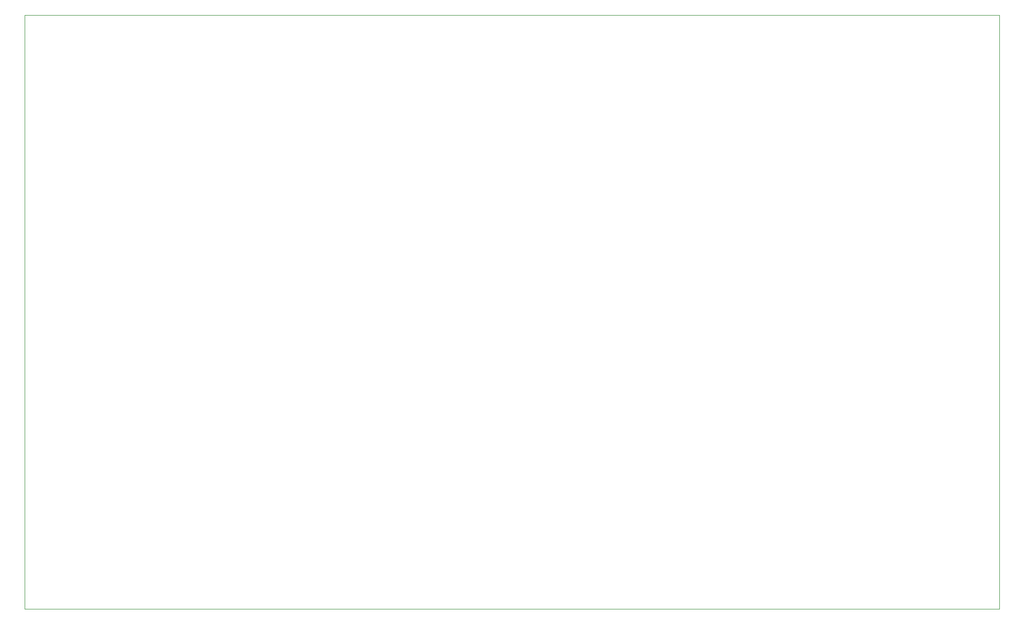
<source format=gm1>
G04 #@! TF.GenerationSoftware,KiCad,Pcbnew,6.0.11-2627ca5db0~126~ubuntu20.04.1*
G04 #@! TF.CreationDate,2023-06-25T12:50:40-04:00*
G04 #@! TF.ProjectId,SDR-Transceiver,5344522d-5472-4616-9e73-636569766572,rev?*
G04 #@! TF.SameCoordinates,Original*
G04 #@! TF.FileFunction,Profile,NP*
%FSLAX46Y46*%
G04 Gerber Fmt 4.6, Leading zero omitted, Abs format (unit mm)*
G04 Created by KiCad (PCBNEW 6.0.11-2627ca5db0~126~ubuntu20.04.1) date 2023-06-25 12:50:40*
%MOMM*%
%LPD*%
G01*
G04 APERTURE LIST*
G04 #@! TA.AperFunction,Profile*
%ADD10C,0.100000*%
G04 #@! TD*
G04 APERTURE END LIST*
D10*
X54000000Y-44000000D02*
X218000000Y-44000000D01*
X218000000Y-44000000D02*
X218000000Y-144000000D01*
X218000000Y-144000000D02*
X54000000Y-144000000D01*
X54000000Y-144000000D02*
X54000000Y-44000000D01*
M02*

</source>
